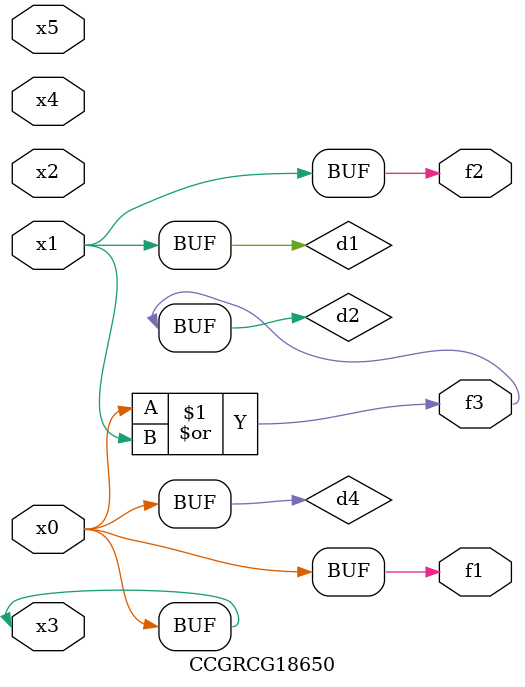
<source format=v>
module CCGRCG18650(
	input x0, x1, x2, x3, x4, x5,
	output f1, f2, f3
);

	wire d1, d2, d3, d4;

	and (d1, x1);
	or (d2, x0, x1);
	nand (d3, x0, x5);
	buf (d4, x0, x3);
	assign f1 = d4;
	assign f2 = d1;
	assign f3 = d2;
endmodule

</source>
